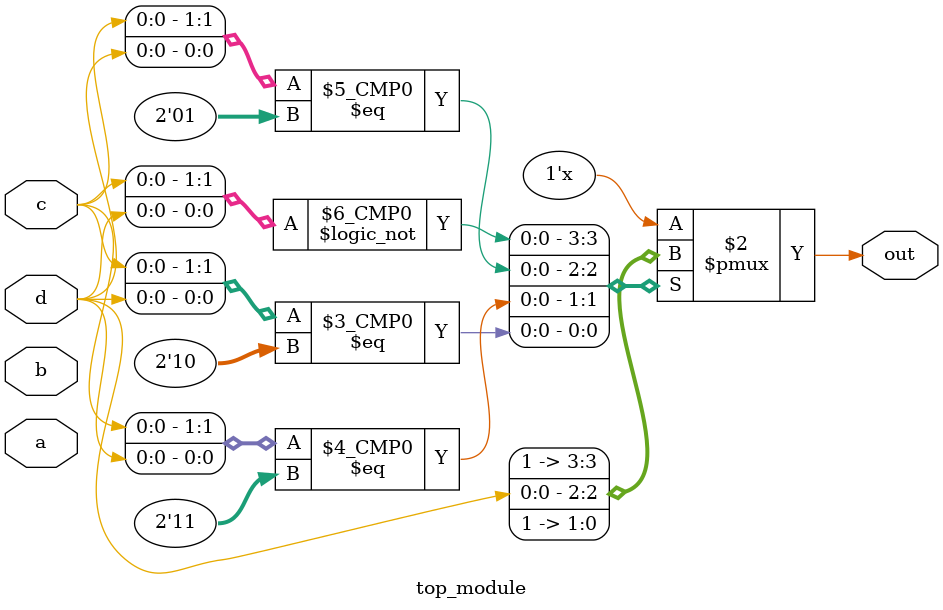
<source format=sv>
module top_module (
    input a,
    input b,
    input c,
    input d,
    output reg out
);

always @(a, b, c, d) begin
    case ({c, d})
        2'b00: out = 1;
        2'b01: out = d;
        2'b11: out = 1;
        2'b10: out = 1;
        default: out = 1;
    endcase
end

endmodule

</source>
